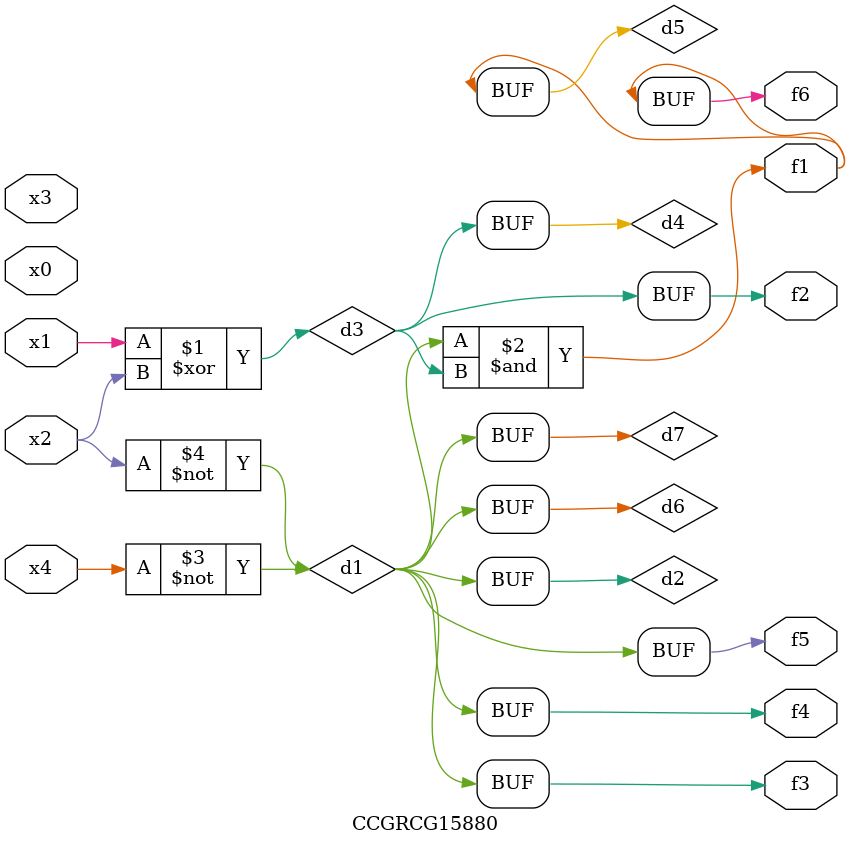
<source format=v>
module CCGRCG15880(
	input x0, x1, x2, x3, x4,
	output f1, f2, f3, f4, f5, f6
);

	wire d1, d2, d3, d4, d5, d6, d7;

	not (d1, x4);
	not (d2, x2);
	xor (d3, x1, x2);
	buf (d4, d3);
	and (d5, d1, d3);
	buf (d6, d1, d2);
	buf (d7, d2);
	assign f1 = d5;
	assign f2 = d4;
	assign f3 = d7;
	assign f4 = d7;
	assign f5 = d7;
	assign f6 = d5;
endmodule

</source>
